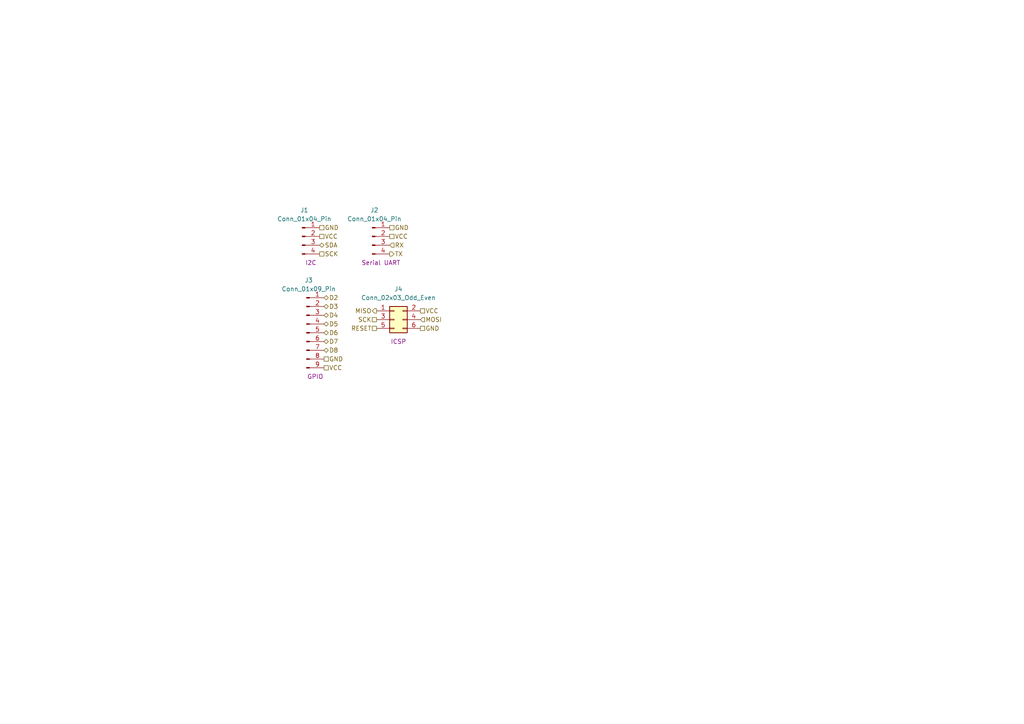
<source format=kicad_sch>
(kicad_sch (version 20230121) (generator eeschema)
  (paper "A4")
  (lib_symbols
    (symbol "Connector:Conn_01x04_Pin" (pin_names (offset 1.016) hide)
      (property "Reference" "J" (at 0 5.08 0))
      (property "Value" "Conn_01x04_Pin" (at 0 -7.62 0))
      (symbol "Conn_01x04_Pin_1_1"
        (polyline (pts (xy 1.27 -5.08) (xy 0.8636 -5.08)) (stroke (width 0.1524)))
        (polyline (pts (xy 1.27 -2.54) (xy 0.8636 -2.54)) (stroke (width 0.1524)))
        (polyline (pts (xy 1.27 0) (xy 0.8636 0)) (stroke (width 0.1524)))
        (polyline (pts (xy 1.27 2.54) (xy 0.8636 2.54)) (stroke (width 0.1524)))
        (rectangle (start 0.8636 -4.953) (end 0 -5.207) (stroke (width 0.1524)) (fill (type outline)))
        (rectangle (start 0.8636 -2.413) (end 0 -2.667) (stroke (width 0.1524)) (fill (type outline)))
        (rectangle (start 0.8636 0.127) (end 0 -0.127) (stroke (width 0.1524)) (fill (type outline)))
        (rectangle (start 0.8636 2.667) (end 0 2.413) (stroke (width 0.1524)) (fill (type outline)))
        (pin passive line (at 5.08 2.54 180) (length 3.81) (name "Pin_1") (number "1"))
        (pin passive line (at 5.08 0 180) (length 3.81) (name "Pin_2") (number "2"))
        (pin passive line (at 5.08 -2.54 180) (length 3.81) (name "Pin_3") (number "3"))
        (pin passive line (at 5.08 -5.08 180) (length 3.81) (name "Pin_4") (number "4"))
      )
    )
    (symbol "Connector:Conn_01x09_Pin" (pin_names (offset 1.016) hide)
      (property "Reference" "J" (at 0 12.7 0))
      (property "Value" "Conn_01x09_Pin" (at 0 -12.7 0))
      (symbol "Conn_01x09_Pin_1_1"
        (polyline (pts (xy 1.27 -10.16) (xy 0.8636 -10.16)) (stroke (width 0.1524)))
        (polyline (pts (xy 1.27 -7.62) (xy 0.8636 -7.62)) (stroke (width 0.1524)))
        (polyline (pts (xy 1.27 -5.08) (xy 0.8636 -5.08)) (stroke (width 0.1524)))
        (polyline (pts (xy 1.27 -2.54) (xy 0.8636 -2.54)) (stroke (width 0.1524)))
        (polyline (pts (xy 1.27 0) (xy 0.8636 0)) (stroke (width 0.1524)))
        (polyline (pts (xy 1.27 2.54) (xy 0.8636 2.54)) (stroke (width 0.1524)))
        (polyline (pts (xy 1.27 5.08) (xy 0.8636 5.08)) (stroke (width 0.1524)))
        (polyline (pts (xy 1.27 7.62) (xy 0.8636 7.62)) (stroke (width 0.1524)))
        (polyline (pts (xy 1.27 10.16) (xy 0.8636 10.16)) (stroke (width 0.1524)))
        (rectangle (start 0.8636 -10.033) (end 0 -10.287) (stroke (width 0.1524)) (fill (type outline)))
        (rectangle (start 0.8636 -7.493) (end 0 -7.747) (stroke (width 0.1524)) (fill (type outline)))
        (rectangle (start 0.8636 -4.953) (end 0 -5.207) (stroke (width 0.1524)) (fill (type outline)))
        (rectangle (start 0.8636 -2.413) (end 0 -2.667) (stroke (width 0.1524)) (fill (type outline)))
        (rectangle (start 0.8636 0.127) (end 0 -0.127) (stroke (width 0.1524)) (fill (type outline)))
        (rectangle (start 0.8636 2.667) (end 0 2.413) (stroke (width 0.1524)) (fill (type outline)))
        (rectangle (start 0.8636 5.207) (end 0 4.953) (stroke (width 0.1524)) (fill (type outline)))
        (rectangle (start 0.8636 7.747) (end 0 7.493) (stroke (width 0.1524)) (fill (type outline)))
        (rectangle (start 0.8636 10.287) (end 0 10.033) (stroke (width 0.1524)) (fill (type outline)))
        (pin passive line (at 5.08 10.16 180) (length 3.81) (name "Pin_1") (number "1"))
        (pin passive line (at 5.08 7.62 180) (length 3.81) (name "Pin_2") (number "2"))
        (pin passive line (at 5.08 5.08 180) (length 3.81) (name "Pin_3") (number "3"))
        (pin passive line (at 5.08 2.54 180) (length 3.81) (name "Pin_4") (number "4"))
        (pin passive line (at 5.08 0 180) (length 3.81) (name "Pin_5") (number "5"))
        (pin passive line (at 5.08 -2.54 180) (length 3.81) (name "Pin_6") (number "6"))
        (pin passive line (at 5.08 -5.08 180) (length 3.81) (name "Pin_7") (number "7"))
        (pin passive line (at 5.08 -7.62 180) (length 3.81) (name "Pin_8") (number "8"))
        (pin passive line (at 5.08 -10.16 180) (length 3.81) (name "Pin_9") (number "9"))
      )
    )
    (symbol "Connector_Generic:Conn_02x03_Odd_Even" (pin_names (offset 1.016) hide)
      (property "Reference" "J" (at 1.27 5.08 0))
      (property "Value" "Conn_02x03_Odd_Even" (at 1.27 -5.08 0))
      (symbol "Conn_02x03_Odd_Even_1_1"
        (rectangle (start -1.27 -2.413) (end 0 -2.667) (stroke (width 0.1524)))
        (rectangle (start -1.27 0.127) (end 0 -0.127) (stroke (width 0.1524)))
        (rectangle (start -1.27 2.667) (end 0 2.413) (stroke (width 0.1524)))
        (rectangle (start -1.27 3.81) (end 3.81 -3.81) (stroke (width 0.254)) (fill (type background)))
        (rectangle (start 3.81 -2.413) (end 2.54 -2.667) (stroke (width 0.1524)))
        (rectangle (start 3.81 0.127) (end 2.54 -0.127) (stroke (width 0.1524)))
        (rectangle (start 3.81 2.667) (end 2.54 2.413) (stroke (width 0.1524)))
        (pin passive line (at -5.08 2.54 0) (length 3.81) (name "Pin_1") (number "1"))
        (pin passive line (at 7.62 2.54 180) (length 3.81) (name "Pin_2") (number "2"))
        (pin passive line (at -5.08 0 0) (length 3.81) (name "Pin_3") (number "3"))
        (pin passive line (at 7.62 0 180) (length 3.81) (name "Pin_4") (number "4"))
        (pin passive line (at -5.08 -2.54 0) (length 3.81) (name "Pin_5") (number "5"))
        (pin passive line (at 7.62 -2.54 180) (length 3.81) (name "Pin_6") (number "6"))
      )
    )
  )
  (hierarchical_label "D2" (shape bidirectional) (at 93.98 86.36 0))
  (hierarchical_label "VCC" (shape passive) (at 121.92 90.17 0))
  (hierarchical_label "D5" (shape bidirectional) (at 93.98 93.98 0))
  (hierarchical_label "GND" (shape passive) (at 113.03 66.04 0))
  (hierarchical_label "GND" (shape passive) (at 92.71 66.04 0))
  (hierarchical_label "D8" (shape bidirectional) (at 93.98 101.6 0))
  (hierarchical_label "SDA" (shape bidirectional) (at 92.71 71.12 0))
  (hierarchical_label "SCK" (shape passive) (at 92.71 73.66 0))
  (hierarchical_label "D6" (shape bidirectional) (at 93.98 96.52 0))
  (hierarchical_label "MISO" (shape output) (at 109.22 90.17 180))
  (hierarchical_label "VCC" (shape passive) (at 113.03 68.58 0))
  (hierarchical_label "VCC" (shape passive) (at 92.71 68.58 0))
  (hierarchical_label "VCC" (shape passive) (at 93.98 106.68 0))
  (hierarchical_label "D4" (shape bidirectional) (at 93.98 91.44 0))
  (hierarchical_label "SCK" (shape passive) (at 109.22 92.71 180))
  (hierarchical_label "TX" (shape output) (at 113.03 73.66 0))
  (hierarchical_label "GND" (shape passive) (at 93.98 104.14 0))
  (hierarchical_label "D7" (shape bidirectional) (at 93.98 99.06 0))
  (hierarchical_label "RX" (shape input) (at 113.03 71.12 0))
  (hierarchical_label "MOSI" (shape input) (at 121.92 92.71 0))
  (hierarchical_label "RESET" (shape passive) (at 109.22 95.25 180))
  (hierarchical_label "D3" (shape bidirectional) (at 93.98 88.9 0))
  (hierarchical_label "GND" (shape passive) (at 121.92 95.25 0))
  (symbol (lib_id "Connector:Conn_01x09_Pin") (at 88.9 96.52 0) (unit 1)
    (property "Reference" "J3" (at 89.535 81.28 0))
    (property "Value" "Conn_01x09_Pin" (at 89.535 83.82 0))
    (property "Footprint" "Connector_PinHeader_2.54mm:PinHeader_1x09_P2.54mm_Vertical" (effects hide))
    (property "Purpose" "GPIO" (at 91.44 109.22 0))
  )
  (symbol (lib_id "Connector_Generic:Conn_02x03_Odd_Even") (at 114.3 92.71 0) (unit 1)
    (property "Reference" "J4" (at 115.57 83.82 0))
    (property "Value" "Conn_02x03_Odd_Even" (at 115.57 86.36 0))
    (property "Footprint" "Connector_PinHeader_2.54mm:PinHeader_2x03_P2.54mm_Vertical" (effects hide))
    (property "Purpose" "ICSP" (at 115.57 99.06 0))
  )
  (symbol (lib_id "Connector:Conn_01x04_Pin") (at 87.63 68.58 0) (unit 1)
    (property "Reference" "J1" (at 88.265 60.96 0))
    (property "Value" "Conn_01x04_Pin" (at 88.265 63.5 0))
    (property "Footprint" "Connector_PinHeader_2.54mm:PinHeader_1x04_P2.54mm_Vertical" (effects hide))
    (property "Purpose" "I2C" (at 90.17 76.2 0))
  )
  (symbol (lib_id "Connector:Conn_01x04_Pin") (at 107.95 68.58 0) (unit 1)
    (property "Reference" "J2" (at 108.585 60.96 0))
    (property "Value" "Conn_01x04_Pin" (at 108.585 63.5 0))
    (property "Footprint" "Connector_PinHeader_2.54mm:PinHeader_1x04_P2.54mm_Vertical" (effects hide))
    (property "Purpose" "Serial UART" (at 110.49 76.2 0))
  )
)
</source>
